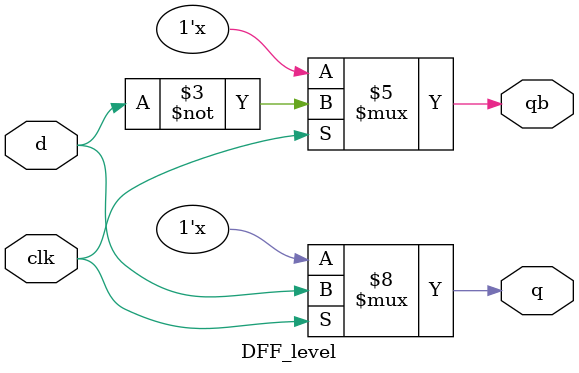
<source format=v>
module DFF_level(
    input d,clk,
    output q,qb
);
    reg q,qb;
    always @(clk,d) begin
        if(clk==1) begin
          q=d;
          qb=~d;
        end
    end

endmodule

//电平触发的D触发器
</source>
